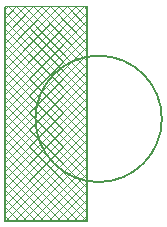
<source format=gm1>
%FSAX25Y25*%
%MOIN*%
G70*
G01*
G75*
G04 Layer_Color=16711935*
%ADD10R,0.02362X0.08661*%
%ADD11R,0.03543X0.02756*%
%ADD12R,0.02756X0.03543*%
%ADD13R,0.03622X0.01575*%
%ADD14R,0.01575X0.01575*%
%ADD15R,0.05118X0.05906*%
%ADD16R,0.01575X0.01575*%
%ADD17R,0.03937X0.02756*%
%ADD18R,0.04331X0.03937*%
%ADD19R,0.03347X0.03937*%
%ADD20R,0.03347X0.03937*%
%ADD21R,0.00866X0.02756*%
%ADD22R,0.03937X0.04331*%
%ADD23R,0.03937X0.09055*%
%ADD24C,0.01000*%
%ADD25C,0.00800*%
%ADD26C,0.01200*%
%ADD27C,0.01500*%
%ADD28C,0.02400*%
%ADD29C,0.04000*%
%ADD30C,0.02000*%
%ADD31C,0.02500*%
%ADD32C,0.03543*%
%ADD33C,0.03000*%
%ADD34C,0.01400*%
%ADD35C,0.03000*%
%ADD36C,0.05500*%
%ADD37C,0.06299*%
%ADD38C,0.03937*%
%ADD39R,0.03937X0.03937*%
%ADD40R,0.03937X0.03937*%
%ADD41C,0.01500*%
%ADD42C,0.01300*%
%ADD43C,0.02000*%
%ADD44C,0.02400*%
%ADD45C,0.01400*%
%ADD46C,0.01800*%
G04:AMPARAMS|DCode=47|XSize=193.75mil|YSize=195.16mil|CornerRadius=0mil|HoleSize=0mil|Usage=FLASHONLY|Rotation=45.000|XOffset=0mil|YOffset=0mil|HoleType=Round|Shape=Rectangle|*
%AMROTATEDRECTD47*
4,1,4,0.00050,-0.13750,-0.13750,0.00050,-0.00050,0.13750,0.13750,-0.00050,0.00050,-0.13750,0.0*
%
%ADD47ROTATEDRECTD47*%

%ADD48R,0.05309X0.05255*%
%ADD49R,0.01575X0.03622*%
%ADD50R,0.03937X0.07087*%
%ADD51R,0.03622X0.02362*%
%ADD52R,0.02756X0.00866*%
%ADD53O,0.06102X0.00984*%
%ADD54O,0.00984X0.06102*%
%ADD55R,0.00984X0.06102*%
%ADD56R,0.34252X0.34252*%
%ADD57R,0.02362X0.04331*%
%ADD58R,0.03150X0.01181*%
%ADD59R,0.01181X0.03642*%
%ADD60C,0.00787*%
%ADD61C,0.00984*%
%ADD62C,0.00394*%
%ADD63C,0.00300*%
%ADD64C,0.00500*%
%ADD65C,0.00299*%
%ADD66R,0.03162X0.09461*%
%ADD67R,0.04343X0.03556*%
%ADD68R,0.03556X0.04343*%
%ADD69R,0.04422X0.02375*%
%ADD70R,0.02375X0.02375*%
%ADD71R,0.05918X0.06706*%
%ADD72R,0.02375X0.02375*%
%ADD73R,0.04737X0.03556*%
%ADD74R,0.05131X0.04737*%
%ADD75R,0.04147X0.04737*%
%ADD76R,0.04147X0.04737*%
%ADD77R,0.01666X0.03556*%
%ADD78R,0.04737X0.05131*%
%ADD79R,0.04737X0.09855*%
%ADD80C,0.03800*%
%ADD81C,0.06300*%
%ADD82C,0.07099*%
%ADD83C,0.04737*%
%ADD84R,0.04737X0.04737*%
%ADD85R,0.04737X0.04737*%
%ADD86C,0.02200*%
%ADD87R,0.02375X0.04422*%
%ADD88R,0.04737X0.07887*%
%ADD89R,0.04422X0.03162*%
%ADD90R,0.03556X0.01666*%
%ADD91O,0.06902X0.01784*%
%ADD92O,0.01784X0.06902*%
%ADD93R,0.01784X0.06902*%
%ADD94R,0.35052X0.35052*%
%ADD95R,0.03162X0.05131*%
%ADD96R,0.03950X0.01981*%
%ADD97R,0.01981X0.04442*%
%ADD98C,0.01575*%
%ADD99C,0.00200*%
D60*
X0298863Y0374100D02*
G03*
X0298863Y0374100I-0021063J0000000D01*
G01*
D64*
X0246500Y0340100D02*
Y0411400D01*
Y0340100D02*
X0274000D01*
Y0411600D01*
D99*
X0264394D02*
X0274000Y0401994D01*
X0272879Y0411600D02*
X0274000Y0410479D01*
X0261566Y0411600D02*
X0274000Y0399166D01*
X0258737Y0411600D02*
X0274000Y0396337D01*
X0255909Y0411600D02*
X0274000Y0393509D01*
X0267223Y0411600D02*
X0274000Y0404823D01*
X0270051Y0411600D02*
X0274000Y0407651D01*
X0253080Y0411600D02*
X0274000Y0390680D01*
X0247424Y0411600D02*
X0274000Y0385024D01*
X0246500Y0379436D02*
X0274000Y0406936D01*
X0246500Y0399235D02*
X0258865Y0411600D01*
X0246500Y0402064D02*
X0256036Y0411600D01*
X0246500Y0387921D02*
X0270179Y0411600D01*
X0246500Y0407720D02*
X0250380Y0411600D01*
X0246500Y0404892D02*
X0253208Y0411600D01*
X0250252D02*
X0274000Y0387852D01*
X0246500Y0385093D02*
X0273007Y0411600D01*
X0246500Y0382264D02*
X0274000Y0409764D01*
X0246500Y0409695D02*
X0274000Y0382195D01*
X0246500Y0376608D02*
X0274000Y0404108D01*
X0246500Y0406867D02*
X0274000Y0379367D01*
Y0340300D02*
Y0411440D01*
X0246500Y0404038D02*
X0274000Y0376538D01*
X0246500Y0373779D02*
X0274000Y0401279D01*
X0269589Y0340300D02*
X0274000Y0344711D01*
X0266761Y0340300D02*
X0274000Y0347539D01*
X0272418Y0340300D02*
X0274000Y0341882D01*
X0246500Y0401210D02*
X0274000Y0373710D01*
X0263932Y0340300D02*
X0274000Y0350367D01*
X0249790Y0340300D02*
X0274000Y0364510D01*
X0246962Y0340300D02*
X0274000Y0367338D01*
X0252619Y0340300D02*
X0274000Y0361681D01*
X0246500Y0340300D02*
Y0411600D01*
X0246962Y0340300D02*
X0274000Y0367338D01*
X0258276Y0340300D02*
X0274000Y0356024D01*
X0261104Y0340300D02*
X0274000Y0353196D01*
X0246500Y0340300D02*
X0274000D01*
X0255447D02*
X0274000Y0358853D01*
X0246500Y0395553D02*
X0274000Y0368053D01*
X0246500Y0368122D02*
X0274000Y0395622D01*
X0246500Y0365294D02*
X0274000Y0392794D01*
X0246500Y0370951D02*
X0274000Y0398451D01*
X0246500Y0398381D02*
X0274000Y0370881D01*
X0246500Y0353980D02*
X0274000Y0381480D01*
X0246500Y0384239D02*
X0274000Y0356739D01*
X0246500Y0381411D02*
X0274000Y0353911D01*
X0246500Y0392724D02*
X0274000Y0365225D01*
X0246500Y0362466D02*
X0274000Y0389966D01*
X0246500Y0396407D02*
X0261693Y0411600D01*
X0246500Y0410549D02*
X0247551Y0411600D01*
X0246500Y0393578D02*
X0264522Y0411600D01*
X0246500D02*
X0273900D01*
X0246500Y0390750D02*
X0267350Y0411600D01*
X0246500Y0387068D02*
X0274000Y0359568D01*
X0246500Y0356809D02*
X0274000Y0384309D01*
X0246500Y0389896D02*
X0274000Y0362396D01*
X0246500Y0359637D02*
X0274000Y0387137D01*
X0246500Y0375754D02*
X0274000Y0348254D01*
X0246500Y0348323D02*
X0274000Y0375823D01*
X0246500Y0345495D02*
X0274000Y0372995D01*
X0246500Y0351152D02*
X0274000Y0378652D01*
X0246500Y0378582D02*
X0274000Y0351082D01*
X0246500Y0370097D02*
X0274000Y0342597D01*
X0246500Y0367269D02*
X0273469Y0340300D01*
X0246500Y0372925D02*
X0274000Y0345426D01*
X0246500Y0342667D02*
X0274000Y0370166D01*
X0246500Y0358783D02*
X0264983Y0340300D01*
X0246500Y0355955D02*
X0262155Y0340300D01*
X0246500Y0353127D02*
X0259327Y0340300D01*
X0246500Y0364440D02*
X0270640Y0340300D01*
X0246500Y0361612D02*
X0267812Y0340300D01*
X0246500Y0344641D02*
X0250841Y0340300D01*
X0246500Y0341813D02*
X0248013Y0340300D01*
X0246500Y0350298D02*
X0256498Y0340300D01*
X0246500Y0347470D02*
X0253670Y0340300D01*
M02*

</source>
